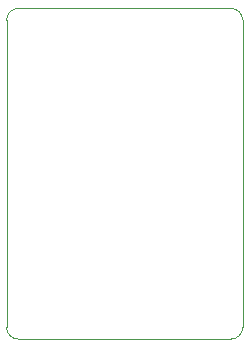
<source format=gbr>
%TF.GenerationSoftware,KiCad,Pcbnew,6.0.0-rc2-1.20211220git160328a.fc35*%
%TF.CreationDate,2022-01-05T17:26:24+00:00*%
%TF.ProjectId,RotaryEncoder,526f7461-7279-4456-9e63-6f6465722e6b,rev?*%
%TF.SameCoordinates,Original*%
%TF.FileFunction,Profile,NP*%
%FSLAX46Y46*%
G04 Gerber Fmt 4.6, Leading zero omitted, Abs format (unit mm)*
G04 Created by KiCad (PCBNEW 6.0.0-rc2-1.20211220git160328a.fc35) date 2022-01-05 17:26:24*
%MOMM*%
%LPD*%
G01*
G04 APERTURE LIST*
%TA.AperFunction,Profile*%
%ADD10C,0.100000*%
%TD*%
G04 APERTURE END LIST*
D10*
X144000000Y-128000000D02*
X144000000Y-102000000D01*
X125000000Y-129000000D02*
X143000000Y-129000000D01*
X124000000Y-102000000D02*
X124000000Y-128000000D01*
X143000000Y-101000000D02*
X125000000Y-101000000D01*
X124000000Y-128000000D02*
G75*
G03*
X125000000Y-129000000I1000000J0D01*
G01*
X143000000Y-129000000D02*
G75*
G03*
X144000000Y-128000000I0J1000000D01*
G01*
X144000000Y-102000000D02*
G75*
G03*
X143000000Y-101000000I-1000000J0D01*
G01*
X125000000Y-101000000D02*
G75*
G03*
X124000000Y-102000000I0J-1000000D01*
G01*
M02*

</source>
